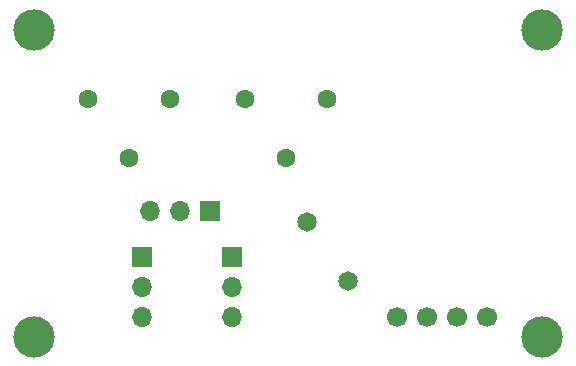
<source format=gbr>
%TF.GenerationSoftware,KiCad,Pcbnew,(6.0.8-1)-1*%
%TF.CreationDate,2024-02-23T21:50:08-06:00*%
%TF.ProjectId,Addressable LED Interface,41646472-6573-4736-9162-6c65204c4544,rev?*%
%TF.SameCoordinates,Original*%
%TF.FileFunction,Soldermask,Bot*%
%TF.FilePolarity,Negative*%
%FSLAX46Y46*%
G04 Gerber Fmt 4.6, Leading zero omitted, Abs format (unit mm)*
G04 Created by KiCad (PCBNEW (6.0.8-1)-1) date 2024-02-23 21:50:08*
%MOMM*%
%LPD*%
G01*
G04 APERTURE LIST*
%ADD10R,1.700000X1.700000*%
%ADD11O,1.700000X1.700000*%
%ADD12C,1.600000*%
%ADD13C,3.500000*%
%ADD14C,1.700000*%
%ADD15C,1.650000*%
G04 APERTURE END LIST*
D10*
%TO.C,J2*%
X139700000Y-114300000D03*
D11*
X139700000Y-116840000D03*
X139700000Y-119380000D03*
%TD*%
D12*
%TO.C,J5*%
X134496000Y-100900000D03*
X130996000Y-105900000D03*
X127496000Y-100900000D03*
%TD*%
D13*
%TO.C,H1*%
X123000000Y-95000000D03*
%TD*%
D12*
%TO.C,J6*%
X147796000Y-100900000D03*
X144296000Y-105900000D03*
X140796000Y-100900000D03*
%TD*%
D13*
%TO.C,H3*%
X166000000Y-121000000D03*
%TD*%
%TO.C,H4*%
X166000000Y-95000000D03*
%TD*%
%TO.C,H2*%
X123000000Y-121000000D03*
%TD*%
D14*
%TO.C,U1*%
X153670000Y-119380000D03*
X156210000Y-119380000D03*
X158750000Y-119380000D03*
X161290000Y-119380000D03*
%TD*%
D10*
%TO.C,J1*%
X132080000Y-114300000D03*
D11*
X132080000Y-116840000D03*
X132080000Y-119380000D03*
%TD*%
D15*
%TO.C,J3*%
X146068000Y-111290000D03*
X149568000Y-116290000D03*
%TD*%
D10*
%TO.C,J4*%
X137825000Y-110400000D03*
D11*
X135285000Y-110400000D03*
X132745000Y-110400000D03*
%TD*%
M02*

</source>
